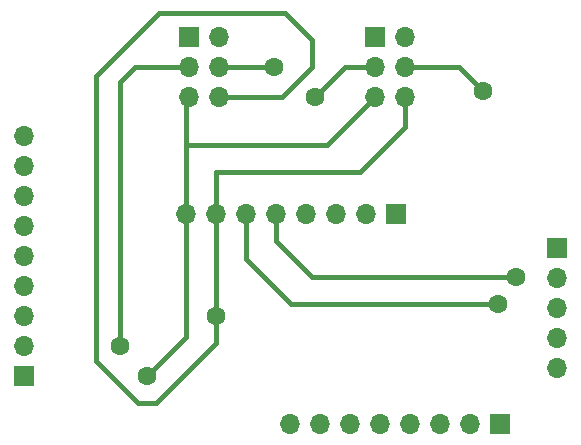
<source format=gbr>
G04 #@! TF.FileFunction,Copper,L2,Bot,Signal*
%FSLAX46Y46*%
G04 Gerber Fmt 4.6, Leading zero omitted, Abs format (unit mm)*
G04 Created by KiCad (PCBNEW 4.0.7) date 04/17/18 23:54:21*
%MOMM*%
%LPD*%
G01*
G04 APERTURE LIST*
%ADD10C,0.100000*%
%ADD11R,1.700000X1.700000*%
%ADD12O,1.700000X1.700000*%
%ADD13C,1.600000*%
%ADD14C,0.400000*%
G04 APERTURE END LIST*
D10*
D11*
X132842000Y-108458000D03*
D12*
X135382000Y-108458000D03*
X132842000Y-110998000D03*
X135382000Y-110998000D03*
X132842000Y-113538000D03*
X135382000Y-113538000D03*
D11*
X148590000Y-108458000D03*
D12*
X151130000Y-108458000D03*
X148590000Y-110998000D03*
X151130000Y-110998000D03*
X148590000Y-113538000D03*
X151130000Y-113538000D03*
D11*
X118872000Y-137160000D03*
D12*
X118872000Y-134620000D03*
X118872000Y-132080000D03*
X118872000Y-129540000D03*
X118872000Y-127000000D03*
X118872000Y-124460000D03*
X118872000Y-121920000D03*
X118872000Y-119380000D03*
X118872000Y-116840000D03*
D11*
X150368000Y-123444000D03*
D12*
X147828000Y-123444000D03*
X145288000Y-123444000D03*
X142748000Y-123444000D03*
X140208000Y-123444000D03*
X137668000Y-123444000D03*
X135128000Y-123444000D03*
X132588000Y-123444000D03*
D11*
X159166560Y-141259560D03*
D12*
X156626560Y-141259560D03*
X154086560Y-141259560D03*
X151546560Y-141259560D03*
X149006560Y-141259560D03*
X146466560Y-141259560D03*
X143926560Y-141259560D03*
X141386560Y-141259560D03*
D11*
X164023040Y-126339600D03*
D12*
X164023040Y-128879600D03*
X164023040Y-131419600D03*
X164023040Y-133959600D03*
X164023040Y-136499600D03*
D13*
X129286000Y-137160000D03*
X127000000Y-134620000D03*
X135128000Y-132080000D03*
X160528000Y-128778000D03*
X159004000Y-131064000D03*
X143510000Y-113538000D03*
X140081000Y-110998000D03*
X157734000Y-113030000D03*
D14*
X132588000Y-117602000D02*
X144526000Y-117602000D01*
X144526000Y-117602000D02*
X148590000Y-113538000D01*
X132588000Y-123444000D02*
X132588000Y-117602000D01*
X132588000Y-117602000D02*
X132588000Y-113792000D01*
X132588000Y-113792000D02*
X132842000Y-113538000D01*
X132588000Y-133858000D02*
X132588000Y-123444000D01*
X129286000Y-137160000D02*
X132588000Y-133858000D01*
X132842000Y-110998000D02*
X128270000Y-110998000D01*
X127000000Y-112268000D02*
X127000000Y-134620000D01*
X128270000Y-110998000D02*
X127000000Y-112268000D01*
X135128000Y-132080000D02*
X135128000Y-134366000D01*
X140716000Y-113538000D02*
X135382000Y-113538000D01*
X143256000Y-110998000D02*
X140716000Y-113538000D01*
X143256000Y-108712000D02*
X143256000Y-110998000D01*
X140970000Y-106426000D02*
X143256000Y-108712000D01*
X130302000Y-106426000D02*
X140970000Y-106426000D01*
X124968000Y-111760000D02*
X130302000Y-106426000D01*
X124968000Y-135890000D02*
X124968000Y-111760000D01*
X128524000Y-139446000D02*
X124968000Y-135890000D01*
X130048000Y-139446000D02*
X128524000Y-139446000D01*
X135128000Y-134366000D02*
X130048000Y-139446000D01*
X151130000Y-113538000D02*
X151130000Y-116078000D01*
X147320000Y-119888000D02*
X135128000Y-119888000D01*
X151130000Y-116078000D02*
X147320000Y-119888000D01*
X135128000Y-123444000D02*
X135128000Y-119888000D01*
X135128000Y-132080000D02*
X135128000Y-123444000D01*
X140208000Y-125730000D02*
X140208000Y-123444000D01*
X143256000Y-128778000D02*
X140208000Y-125730000D01*
X160528000Y-128778000D02*
X143256000Y-128778000D01*
X137668000Y-127254000D02*
X137668000Y-123444000D01*
X141478000Y-131064000D02*
X137668000Y-127254000D01*
X159004000Y-131064000D02*
X141478000Y-131064000D01*
X148590000Y-110998000D02*
X146050000Y-110998000D01*
X146050000Y-110998000D02*
X143510000Y-113538000D01*
X139700000Y-110998000D02*
X140081000Y-110998000D01*
X139700000Y-110998000D02*
X135382000Y-110998000D01*
X151130000Y-110998000D02*
X155702000Y-110998000D01*
X155702000Y-110998000D02*
X157734000Y-113030000D01*
M02*

</source>
